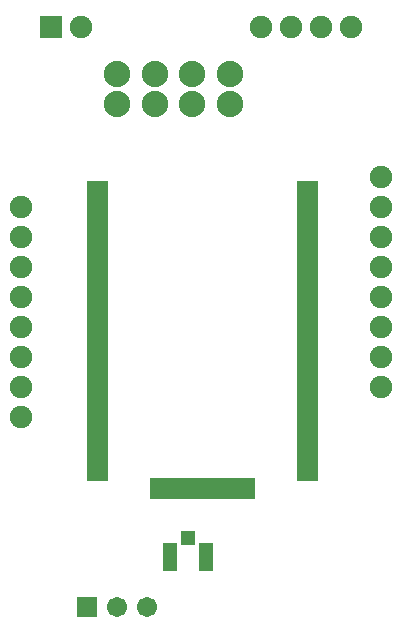
<source format=gts>
G04 Layer_Color=8388736*
%FSLAX25Y25*%
%MOIN*%
G70*
G01*
G75*
%ADD20R,0.04737X0.04737*%
%ADD21R,0.04737X0.09461*%
%ADD22C,0.07493*%
%ADD23C,0.08800*%
%ADD24R,0.06706X0.06706*%
%ADD25C,0.06706*%
%ADD26R,0.07638X0.07638*%
G36*
X231394Y332606D02*
X224606D01*
Y337394D01*
X231394D01*
Y332606D01*
D02*
G37*
G36*
X301394D02*
X294606D01*
Y337394D01*
X301394D01*
Y332606D01*
D02*
G37*
G36*
Y327606D02*
X294606D01*
Y332394D01*
X301394D01*
Y327606D01*
D02*
G37*
G36*
Y322606D02*
X294606D01*
Y327394D01*
X301394D01*
Y322606D01*
D02*
G37*
G36*
X231394Y327606D02*
X224606D01*
Y332394D01*
X231394D01*
Y327606D01*
D02*
G37*
G36*
Y337606D02*
X224606D01*
Y342394D01*
X231394D01*
Y337606D01*
D02*
G37*
G36*
Y347606D02*
X224606D01*
Y352394D01*
X231394D01*
Y347606D01*
D02*
G37*
G36*
X301394D02*
X294606D01*
Y352394D01*
X301394D01*
Y347606D01*
D02*
G37*
G36*
Y342606D02*
X294606D01*
Y347394D01*
X301394D01*
Y342606D01*
D02*
G37*
G36*
Y337606D02*
X294606D01*
Y342394D01*
X301394D01*
Y337606D01*
D02*
G37*
G36*
X231394Y342606D02*
X224606D01*
Y347394D01*
X231394D01*
Y342606D01*
D02*
G37*
G36*
Y322606D02*
X224606D01*
Y327394D01*
X231394D01*
Y322606D01*
D02*
G37*
G36*
X265394Y306606D02*
X260606D01*
Y313394D01*
X265394D01*
Y306606D01*
D02*
G37*
G36*
X270394D02*
X265606D01*
Y313394D01*
X270394D01*
Y306606D01*
D02*
G37*
G36*
X260394D02*
X255606D01*
Y313394D01*
X260394D01*
Y306606D01*
D02*
G37*
G36*
X250394D02*
X245606D01*
Y313394D01*
X250394D01*
Y306606D01*
D02*
G37*
G36*
X255394D02*
X250606D01*
Y313394D01*
X255394D01*
Y306606D01*
D02*
G37*
G36*
X275394D02*
X270606D01*
Y313394D01*
X275394D01*
Y306606D01*
D02*
G37*
G36*
X231394Y317606D02*
X224606D01*
Y322394D01*
X231394D01*
Y317606D01*
D02*
G37*
G36*
X301394D02*
X294606D01*
Y322394D01*
X301394D01*
Y317606D01*
D02*
G37*
G36*
Y312606D02*
X294606D01*
Y317394D01*
X301394D01*
Y312606D01*
D02*
G37*
G36*
X280394Y306606D02*
X275606D01*
Y313394D01*
X280394D01*
Y306606D01*
D02*
G37*
G36*
X231394Y312606D02*
X224606D01*
Y317394D01*
X231394D01*
Y312606D01*
D02*
G37*
G36*
Y352606D02*
X224606D01*
Y357394D01*
X231394D01*
Y352606D01*
D02*
G37*
G36*
Y392606D02*
X224606D01*
Y397394D01*
X231394D01*
Y392606D01*
D02*
G37*
G36*
X301394D02*
X294606D01*
Y397394D01*
X301394D01*
Y392606D01*
D02*
G37*
G36*
Y387606D02*
X294606D01*
Y392394D01*
X301394D01*
Y387606D01*
D02*
G37*
G36*
Y382606D02*
X294606D01*
Y387394D01*
X301394D01*
Y382606D01*
D02*
G37*
G36*
X231394Y387606D02*
X224606D01*
Y392394D01*
X231394D01*
Y387606D01*
D02*
G37*
G36*
Y397606D02*
X224606D01*
Y402394D01*
X231394D01*
Y397606D01*
D02*
G37*
G36*
Y407606D02*
X224606D01*
Y412394D01*
X231394D01*
Y407606D01*
D02*
G37*
G36*
X301394D02*
X294606D01*
Y412394D01*
X301394D01*
Y407606D01*
D02*
G37*
G36*
Y402606D02*
X294606D01*
Y407394D01*
X301394D01*
Y402606D01*
D02*
G37*
G36*
Y397606D02*
X294606D01*
Y402394D01*
X301394D01*
Y397606D01*
D02*
G37*
G36*
X231394Y402606D02*
X224606D01*
Y407394D01*
X231394D01*
Y402606D01*
D02*
G37*
G36*
Y382606D02*
X224606D01*
Y387394D01*
X231394D01*
Y382606D01*
D02*
G37*
G36*
Y362606D02*
X224606D01*
Y367394D01*
X231394D01*
Y362606D01*
D02*
G37*
G36*
X301394D02*
X294606D01*
Y367394D01*
X301394D01*
Y362606D01*
D02*
G37*
G36*
Y357606D02*
X294606D01*
Y362394D01*
X301394D01*
Y357606D01*
D02*
G37*
G36*
Y352606D02*
X294606D01*
Y357394D01*
X301394D01*
Y352606D01*
D02*
G37*
G36*
X231394Y357606D02*
X224606D01*
Y362394D01*
X231394D01*
Y357606D01*
D02*
G37*
G36*
Y367606D02*
X224606D01*
Y372394D01*
X231394D01*
Y367606D01*
D02*
G37*
G36*
Y377606D02*
X224606D01*
Y382394D01*
X231394D01*
Y377606D01*
D02*
G37*
G36*
X301394D02*
X294606D01*
Y382394D01*
X301394D01*
Y377606D01*
D02*
G37*
G36*
Y372606D02*
X294606D01*
Y377394D01*
X301394D01*
Y372606D01*
D02*
G37*
G36*
Y367606D02*
X294606D01*
Y372394D01*
X301394D01*
Y367606D01*
D02*
G37*
G36*
X231394Y372606D02*
X224606D01*
Y377394D01*
X231394D01*
Y372606D01*
D02*
G37*
D20*
X258000Y293496D02*
D03*
D21*
X264000Y287000D02*
D03*
X252000D02*
D03*
D22*
X202429Y333953D02*
D03*
Y343953D02*
D03*
Y353953D02*
D03*
Y363953D02*
D03*
Y373953D02*
D03*
Y383953D02*
D03*
Y393953D02*
D03*
Y403953D02*
D03*
X302429Y463953D02*
D03*
X282429D02*
D03*
X292429D02*
D03*
X312429D02*
D03*
X222429D02*
D03*
X322429Y413953D02*
D03*
Y403953D02*
D03*
Y393953D02*
D03*
Y383953D02*
D03*
Y373953D02*
D03*
Y363953D02*
D03*
Y353953D02*
D03*
Y343953D02*
D03*
D23*
X259500Y438000D02*
D03*
Y448000D02*
D03*
X272000Y438000D02*
D03*
Y448000D02*
D03*
X247000Y438000D02*
D03*
Y448000D02*
D03*
X234500Y438000D02*
D03*
Y448000D02*
D03*
D24*
X224500Y270500D02*
D03*
D25*
X234500D02*
D03*
X244500D02*
D03*
D26*
X212429Y463953D02*
D03*
M02*

</source>
